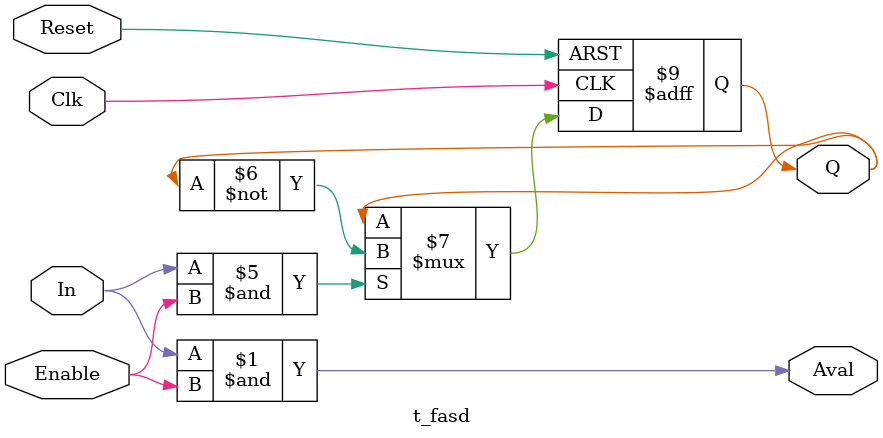
<source format=v>
module Lab5p3(SW,HEX0,HEX1,HEX2,HEX3,KEY);
	input [1:0] SW;
	input [1:0] KEY;
	output [7:0] HEX0,HEX1,HEX2,HEX3;
	wire [15:0] Q;
	wire [15:0] Av;
	wire sig1;
	assign sig1 = 1'b1;
	
		t_fasd a(sig1,SW[1],KEY[0],SW[0],Q[0],Av[0]);
	
		t_fasd b(Av[0],Q[0],KEY[0],SW[0],Q[1],Av[1]);	
	
		t_fasd c(Av[1],Q[1],KEY[0],SW[0],Q[2],Av[2]);
	
		t_fasd d(Av[2],Q[2],KEY[0],SW[0],Q[3],Av[3]);
	
		t_fasd e(Av[3],Q[3],KEY[0],SW[0],Q[4],Av[4]);
	
		t_fasd f(Av[4],Q[4],KEY[0],SW[0],Q[5],Av[5]);
	
		t_fasd g(Av[5],Q[5],KEY[0],SW[0],Q[6],Av[6]);
	
		t_fasd h(Av[6],Q[6],KEY[0],SW[0],Q[7],Av[7]);
	
		t_fasd i(Av[7],Q[7],KEY[0],SW[0],Q[8],Av[8]);
	
		t_fasd j(Av[8],Q[8],KEY[0],SW[0],Q[9],Av[9]);
	
		t_fasd k(Av[9],Q[9],KEY[0],SW[0],Q[10],Av[10]);
	
		t_fasd l(Av[10],Q[10],KEY[0],SW[0],Q[11],Av[11]);
	
		t_fasd m(Av[11],Q[11],KEY[0],SW[0],Q[12],Av[12]);
	
		t_fasd n(Av[12],Q[12],KEY[0],SW[0],Q[13],Av[13]);
	
		t_fasd o(Av[13],Q[13],KEY[0],SW[0],Q[14],Av[14]);
	
		t_fasd p(Av[14],Q[14],KEY[0],SW[0],Q[15],Av[15]);
	
	HexDisp A1(Q[3:0],HEX0);
	HexDisp A2(Q[7:4],HEX1);
	HexDisp B1(Q[11:8],HEX2);
	HexDisp B2(Q[15:12],HEX3);
endmodule
	
module t_fasd(In,Enable,Clk,Reset,Q,Aval);
	input In,Clk,Reset,Enable;
	output reg Q;
	output Aval;
	assign Aval=In&Enable;
	always @(posedge Clk, negedge Reset)
	begin
		if (Reset == 1'b0)
		begin
			Q=1'b0;
		end
		else if (In&Enable == 1'b1)
		begin	
			Q<=~Q;
		end
	end
endmodule
</source>
